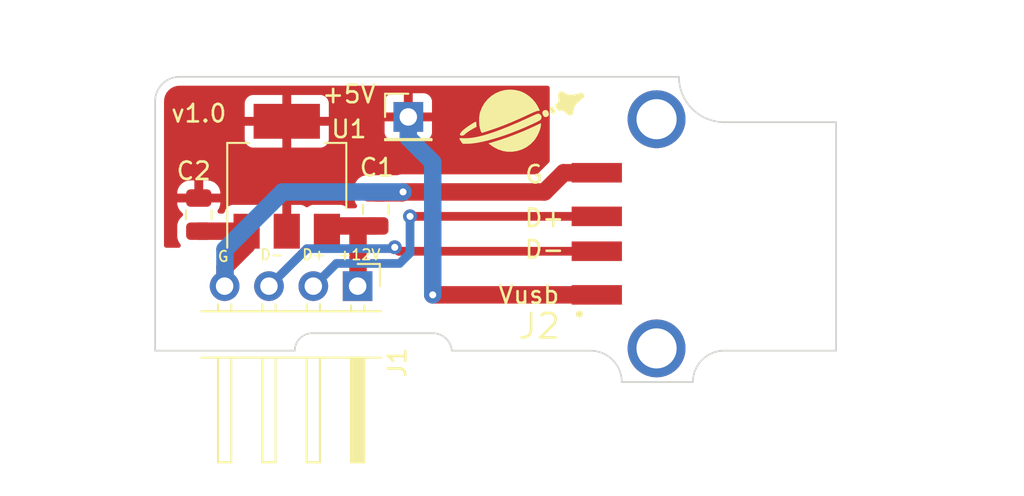
<source format=kicad_pcb>
(kicad_pcb (version 20211014) (generator pcbnew)
  (layers (0 "F.Cu" signal) (31 "B.Cu" signal) (34 "B.Paste" user) (35 "F.Paste" user) (36 "B.SilkS" user "B.Silkscreen") (37 "F.SilkS" user "F.Silkscreen") (38 "B.Mask" user) (39 "F.Mask" user) (44 "Edge.Cuts" user))
  (net 0 "")
  (net 1 "+12V")
  (net 2 "GND")
  (net 3 "VBUS")
  (net 4 "/D-")
  (net 5 "/D+")
  (net 6 "Net-(J2-PadS1)")
  (footprint "Connector_PinHeader_2.54mm:PinHeader_1x04_P2.54mm_Horizontal" (layer "F.Cu") (at 111.6 121 -90)
    (fp_text reference "J1" (at 4.385 -2.27 -90) (layer "F.SilkS"))
    (fp_text value "Conn_01x04")
    (fp_line (start 4.1 0.04) (end 10.1 0.04) (layer "F.SilkS") (width 0.12))
    (fp_line (start 10.1 0.38) (end 4.1 0.38) (layer "F.SilkS") (width 0.12))
    (fp_line (start 1.042929 4.7) (end 1.44 4.7) (layer "F.SilkS") (width 0.12))
    (fp_line (start 4.1 0.28) (end 10.1 0.28) (layer "F.SilkS") (width 0.12))
    (fp_line (start 4.1 -0.08) (end 10.1 -0.08) (layer "F.SilkS") (width 0.12))
    (fp_line (start 1.042929 5.46) (end 1.44 5.46) (layer "F.SilkS") (width 0.12))
    (fp_line (start 10.1 5.46) (end 4.1 5.46) (layer "F.SilkS") (width 0.12))
    (fp_line (start 4.1 -0.2) (end 10.1 -0.2) (layer "F.SilkS") (width 0.12))
    (fp_line (start 10.1 2.16) (end 10.1 2.92) (layer "F.SilkS") (width 0.12))
    (fp_line (start 10.1 4.7) (end 10.1 5.46) (layer "F.SilkS") (width 0.12))
    (fp_line (start 1.11 0.38) (end 1.44 0.38) (layer "F.SilkS") (width 0.12))
    (fp_line (start -1.27 -1.27) (end 0 -1.27) (layer "F.SilkS") (width 0.12))
    (fp_line (start 10.1 2.92) (end 4.1 2.92) (layer "F.SilkS") (width 0.12))
    (fp_line (start 4.1 8.95) (end 4.1 -1.33) (layer "F.SilkS") (width 0.12))
    (fp_line (start 1.042929 7.24) (end 1.44 7.24) (layer "F.SilkS") (width 0.12))
    (fp_line (start 1.44 -1.33) (end 1.44 8.95) (layer "F.SilkS") (width 0.12))
    (fp_line (start 4.1 7.24) (end 10.1 7.24) (layer "F.SilkS") (width 0.12))
    (fp_line (start 4.1 -0.32) (end 10.1 -0.32) (layer "F.SilkS") (width 0.12))
    (fp_line (start 1.042929 2.16) (end 1.44 2.16) (layer "F.SilkS") (width 0.12))
    (fp_line (start 10.1 7.24) (end 10.1 8) (layer "F.SilkS") (width 0.12))
    (fp_line (start 1.11 -0.38) (end 1.44 -0.38) (layer "F.SilkS") (width 0.12))
    (fp_line (start 1.042929 2.92) (end 1.44 2.92) (layer "F.SilkS") (width 0.12))
    (fp_line (start 4.1 0.16) (end 10.1 0.16) (layer "F.SilkS") (width 0.12))
    (fp_line (start 10.1 -0.38) (end 10.1 0.38) (layer "F.SilkS") (width 0.12))
    (fp_line (start 1.042929 8) (end 1.44 8) (layer "F.SilkS") (width 0.12))
    (fp_line (start 4.1 2.16) (end 10.1 2.16) (layer "F.SilkS") (width 0.12))
    (fp_line (start 4.1 4.7) (end 10.1 4.7) (layer "F.SilkS") (width 0.12))
    (fp_line (start 4.1 -0.38) (end 10.1 -0.38) (layer "F.SilkS") (width 0.12))
    (fp_line (start 10.1 8) (end 4.1 8) (layer "F.SilkS") (width 0.12))
    (fp_line (start -1.27 0) (end -1.27 -1.27) (layer "F.SilkS") (width 0.12))
    (pad "1" thru_hole rect (at 0 0 270) (size 1.7 1.7) (drill 1) (layers *.Cu *.Mask) (net 1 "+12V"))
    (pad "2" thru_hole oval (at 0 2.54 270) (size 1.7 1.7) (drill 1) (layers *.Cu *.Mask) (net 5 "/D+"))
    (pad "3" thru_hole oval (at 0 5.08 270) (size 1.7 1.7) (drill 1) (layers *.Cu *.Mask) (net 4 "/D-"))
    (pad "4" thru_hole oval (at 0 7.62 270) (size 1.7 1.7) (drill 1) (layers *.Cu *.Mask) (net 2 "GND"))
  )
  (footprint "Capacitor_SMD:C_0805_2012Metric" (layer "F.Cu") (at 112.64 116.6 90)
    (fp_text reference "C1" (at 2.4 0.06) (layer "F.SilkS"))
    (fp_text value "10u")
    (fp_line (start -0.261252 0.735) (end 0.261252 0.735) (layer "F.SilkS") (width 0.12))
    (fp_line (start -0.261252 -0.735) (end 0.261252 -0.735) (layer "F.SilkS") (width 0.12))
    (pad "1" smd roundrect (at -0.95 0 90) (size 1 1.45) (layers "F.Cu" "F.Paste" "F.Mask") (net 1 "+12V"))
    (pad "2" smd roundrect (at 0.95 0 90) (size 1 1.45) (layers "F.Cu" "F.Paste" "F.Mask") (net 2 "GND"))
  )
  (footprint "LOGO" (layer "F.Cu") (at 121 111.5)
    (fp_text reference "G***" hide)
    (fp_text value "LOGO" hide)
    (fp_poly (pts (xy 1.753185 -0.787037) (xy 1.788207 -0.758119) (xy 1.832844 -0.699184) (xy 1.877337 -0.626315) (xy 1.911923 -0.555594) (xy 1.92684 -0.503105) (xy 1.926897 -0.500832) (xy 1.90828 -0.460913) (xy 1.86547 -0.4154) (xy 1.818027 -0.382737) (xy 1.795517 -0.376974) (xy 1.743471 -0.387809) (xy 1.730452 -0.392391) (xy 1.697048 -0.425197) (xy 1.659173 -0.489328) (xy 1.624353 -0.567572) (xy 1.600117 -0.642712) (xy 1.593993 -0.697535) (xy 1.594929 -0.702304) (xy 1.63284 -0.760047) (xy 1.69716 -0.790179)) (layer "F.SilkS") (width 0) (fill solid))
    (fp_poly (pts (xy 2.278764 -1.663934) (xy 2.345781 -1.634471) (xy 2.431794 -1.592218) (xy 2.46224 -1.576414) (xy 2.586644 -1.514402) (xy 2.687325 -1.476072) (xy 2.77971 -1.45978) (xy 2.879226 -1.463881) (xy 3.0013 -1.486729) (xy 3.093293 -1.509135) (xy 3.206399 -1.536538) (xy 3.306437 -1.558363) (xy 3.380388 -1.571903) (xy 3.409932 -1.575) (xy 3.491053 -1.555506) (xy 3.55187 -1.505139) (xy 3.57831 -1.436076) (xy 3.578522 -1.429146) (xy 3.571455 -1.374029) (xy 3.546233 -1.320542) (xy 3.496821 -1.261396) (xy 3.417187 -1.189301) (xy 3.307638 -1.101862) (xy 3.181959 -0.996534) (xy 3.093463 -0.89885) (xy 3.033929 -0.795421) (xy 2.995134 -0.672856) (xy 2.974563 -0.559368) (xy 2.94965 -0.431475) (xy 2.915673 -0.346411) (xy 2.867459 -0.297158) (xy 2.799834 -0.276697) (xy 2.764973 -0.275) (xy 2.715076 -0.282309) (xy 2.660837 -0.308444) (xy 2.591877 -0.359716) (xy 2.514263 -0.427479) (xy 2.425833 -0.50436) (xy 2.359934 -0.549658) (xy 2.304037 -0.567472) (xy 2.245613 -0.561899) (xy 2.175443 -0.538323) (xy 2.121502 -0.541825) (xy 2.061413 -0.582188) (xy 2.003781 -0.648495) (xy 1.957209 -0.72983) (xy 1.930302 -0.815275) (xy 1.926897 -0.853672) (xy 1.945308 -0.904874) (xy 1.992833 -0.967493) (xy 2.016446 -0.990894) (xy 2.105996 -1.072837) (xy 2.088183 -1.300321) (xy 2.080336 -1.40806) (xy 2.078719 -1.478604) (xy 2.085548 -1.524599) (xy 2.103038 -1.558688) (xy 2.133407 -1.593517) (xy 2.14095 -1.601402) (xy 2.192919 -1.64806) (xy 2.235252 -1.673451) (xy 2.243198 -1.675)) (layer "F.SilkS") (width 0) (fill solid))
    (fp_poly (pts (xy -2.619166 0.076096) (xy -2.611646 0.105336) (xy -2.603165 0.168781) (xy -2.597688 0.227195) (xy -2.586605 0.366891) (xy -2.72596 0.439695) (xy -2.851574 0.509423) (xy -2.977747 0.586583) (xy -3.094174 0.664191) (xy -3.190547 0.735264) (xy -3.256559 0.792816) (xy -3.271022 0.809027) (xy -3.338751 0.858769) (xy -3.426052 0.877003) (xy -3.510972 0.860129) (xy -3.527557 0.851094) (xy -3.546623 0.813086) (xy -3.529111 0.752388) (xy -3.478922 0.67572) (xy -3.399957 0.589798) (xy -3.349285 0.544088) (xy -3.259586 0.472006) (xy -3.154226 0.393897) (xy -3.040886 0.314682) (xy -2.927244 0.239285) (xy -2.820981 0.172629) (xy -2.729778 0.119635) (xy -2.661313 0.085227) (xy -2.623266 0.074327)) (layer "F.SilkS") (width 0) (fill solid))
    (fp_poly (pts (xy 1.101084 0.234213) (xy 1.084834 0.375008) (xy 1.039609 0.539884) (xy 0.970699 0.716477) (xy 0.88339 0.892422) (xy 0.782971 1.055353) (xy 0.706809 1.156122) (xy 0.502619 1.363433) (xy 0.27001 1.533181) (xy 0.015013 1.663361) (xy -0.256341 1.751969) (xy -0.53802 1.797001) (xy -0.823994 1.796451) (xy -1.089372 1.753066) (xy -1.358395 1.66255) (xy -1.617776 1.527327) (xy -1.751724 1.436261) (xy -1.914384 1.315513) (xy -1.751724 1.269369) (xy -1.286939 1.127492) (xy -0.79713 0.959332) (xy -0.296139 0.770109) (xy 0.202193 0.565045) (xy 0.669409 0.356183) (xy 1.101084 0.154922)) (layer "F.SilkS") (width 0) (fill solid))
    (fp_poly (pts (xy -0.429844 -1.753697) (xy -0.144021 -1.6927) (xy -0.019838 -1.650888) (xy 0.195219 -1.547637) (xy 0.406309 -1.404516) (xy 0.601898 -1.231083) (xy 0.770453 -1.036893) (xy 0.837458 -0.940541) (xy 0.885201 -0.860716) (xy 0.934358 -0.770112) (xy 0.978473 -0.681743) (xy 1.011091 -0.60862) (xy 1.025757 -0.563759) (xy 1.02601 -0.560428) (xy 1.003957 -0.553568) (xy 0.949653 -0.550103) (xy 0.937249 -0.55) (xy 0.871292 -0.537208) (xy 0.762383 -0.498844) (xy 0.61057 -0.434925) (xy 0.417988 -0.346458) (xy -0.094846 -0.109801) (xy -0.57389 0.098993) (xy -1.025155 0.282374) (xy -1.454655 0.442791) (xy -1.83931 0.573351) (xy -1.974408 0.616944) (xy -2.094038 0.655597) (xy -2.189555 0.686513) (xy -2.252313 0.706895) (xy -2.272368 0.713479) (xy -2.303135 0.699711) (xy -2.336941 0.647253) (xy -2.343539 0.632423) (xy -2.396901 0.462182) (xy -2.431432 0.261143) (xy -2.44648 0.045092) (xy -2.441393 -0.170184) (xy -2.415517 -0.368898) (xy -2.389317 -0.475) (xy -2.280016 -0.752772) (xy -2.133122 -1.001824) (xy -1.953131 -1.219926) (xy -1.744538 -1.404849) (xy -1.511837 -1.554361) (xy -1.259523 -1.666233) (xy -0.992089 -1.738233) (xy -0.714031 -1.768131)) (layer "F.SilkS") (width 0) (fill solid))
    (fp_poly (pts (xy 1.426223 -0.588555) (xy 1.437795 -0.584471) (xy 1.484941 -0.54445) (xy 1.525064 -0.473482) (xy 1.548744 -0.390564) (xy 1.551527 -0.355117) (xy 1.529577 -0.275831) (xy 1.472874 -0.217727) (xy 1.395144 -0.189546) (xy 1.310109 -0.200032) (xy 1.308847 -0.200528) (xy 1.25196 -0.245356) (xy 1.204799 -0.320507) (xy 1.17843 -0.406322) (xy 1.176158 -0.436259) (xy 1.197919 -0.514824) (xy 1.255027 -0.571027) (xy 1.335217 -0.59792)) (layer "F.SilkS") (width 0) (fill solid))
    (fp_poly (pts (xy 0.988135 -0.380067) (xy 1.001522 -0.374778) (xy 1.084324 -0.317742) (xy 1.129442 -0.23837) (xy 1.134511 -0.149058) (xy 1.09717 -0.062203) (xy 1.067486 -0.028698) (xy 1.021302 0.002854) (xy 0.934997 0.050441) (xy 0.814783 0.111187) (xy 0.666872 0.182215) (xy 0.497473 0.260648) (xy 0.312799 0.343609) (xy 0.119059 0.428223) (xy -0.077534 0.511613) (xy -0.267394 0.589541) (xy -0.694088 0.754467) (xy -1.11014 0.901595) (xy -1.510782 1.029639) (xy -1.891244 1.137313) (xy -2.246758 1.223332) (xy -2.572555 1.286409) (xy -2.863866 1.32526) (xy -3.040493 1.337208) (xy -3.161741 1.340269) (xy -3.267495 1.340726) (xy -3.3461 1.338672) (xy -3.385208 1.334424) (xy -3.41225 1.309323) (xy -3.453053 1.25391) (xy -3.498824 1.182512) (xy -3.540768 1.109453) (xy -3.570092 1.049056) (xy -3.578556 1.019462) (xy -3.555187 1.017399) (xy -3.491559 1.016948) (xy -3.397437 1.018071) (xy -3.284517 1.020673) (xy -3.06168 1.015892) (xy -2.815465 0.989368) (xy -2.544017 0.940489) (xy -2.245484 0.868641) (xy -1.918012 0.773211) (xy -1.559746 0.653586) (xy -1.168834 0.509153) (xy -0.743421 0.339299) (xy -0.281655 0.143411) (xy 0.218319 -0.079125) (xy 0.668766 -0.286903) (xy 0.78138 -0.338733) (xy 0.859344 -0.371249) (xy 0.912938 -0.387167) (xy 0.952441 -0.389201)) (layer "F.SilkS") (width 0) (fill solid))
  )
  (footprint "SnapEDA Library:TE_1-292303-1" (layer "F.Cu") (at 132 118 90)
    (fp_text reference "J2" (at -5.3 -10) (layer "F.SilkS") (effects (font (size 1.40274 1.40274))))
    (fp_text value "1-292303-1" hide)
    (fp_circle (center -4.6 -7.7) (end -4.5 -7.7) (layer "F.SilkS") (width 0.2) (fill none))
    (pad "1" smd rect (at -3.5 -5.99 90) (size 1.12 2.88) (drill (offset 0 -0.714)) (layers "F.Cu" "F.Paste" "F.Mask") (net 3 "VBUS"))
    (pad "2" smd rect (at -1 -5.99 90) (size 1.12 2.88) (drill (offset 0 -0.714)) (layers "F.Cu" "F.Paste" "F.Mask") (net 4 "/D-"))
    (pad "3" smd rect (at 1 -5.99 90) (size 1.12 2.88) (drill (offset 0 -0.714)) (layers "F.Cu" "F.Paste" "F.Mask") (net 5 "/D+"))
    (pad "4" smd rect (at 3.5 -5.99 90) (size 1.12 2.88) (drill (offset 0 -0.714)) (layers "F.Cu" "F.Paste" "F.Mask") (net 2 "GND"))
    (pad "S1" thru_hole circle (at -6.57 -3.28 90) (size 3.316 3.316) (drill 2.3) (layers *.Cu *.Mask) (net 6 "Net-(J2-PadS1)"))
    (pad "S2" thru_hole circle (at 6.57 -3.28 90) (size 3.316 3.316) (drill 2.3) (layers *.Cu *.Mask) (net 6 "Net-(J2-PadS1)"))
  )
  (footprint "Capacitor_SMD:C_0805_2012Metric" (layer "F.Cu") (at 102.5 116.9 -90)
    (fp_text reference "C2" (at -2.5 0.29) (layer "F.SilkS"))
    (fp_text value "10u")
    (fp_line (start -0.261252 -0.735) (end 0.261252 -0.735) (layer "F.SilkS") (width 0.12))
    (fp_line (start -0.261252 0.735) (end 0.261252 0.735) (layer "F.SilkS") (width 0.12))
    (pad "1" smd roundrect (at -0.95 0 270) (size 1 1.45) (layers "F.Cu" "F.Paste" "F.Mask") (net 3 "VBUS"))
    (pad "2" smd roundrect locked (at 0.95 0 270) (size 1 1.45) (layers "F.Cu" "F.Paste" "F.Mask") (net 2 "GND"))
  )
  (footprint "Package_TO_SOT_SMD:SOT-223-3_TabPin2" (layer "F.Cu") (at 107.54 114.7 90)
    (fp_text reference "U1" (at 2.7 3.56) (layer "F.SilkS"))
    (fp_text value "NCP1117-5.0_SOT223" hide)
    (fp_line (start 1.91 3.41) (end 1.91 2.15) (layer "F.SilkS") (width 0.12))
    (fp_line (start -1.85 3.41) (end 1.91 3.41) (layer "F.SilkS") (width 0.12))
    (fp_line (start 1.91 -3.41) (end 1.91 -2.15) (layer "F.SilkS") (width 0.12))
    (fp_line (start -4.1 -3.41) (end 1.91 -3.41) (layer "F.SilkS") (width 0.12))
    (pad "1" smd rect (at -3.15 -2.3 90) (size 2 1.5) (layers "F.Cu" "F.Paste" "F.Mask") (net 2 "GND"))
    (pad "2" smd rect (at -3.15 0 90) (size 2 1.5) (layers "F.Cu" "F.Paste" "F.Mask") (net 3 "VBUS"))
    (pad "2" smd rect (at 3.15 0 90) (size 2 3.8) (layers "F.Cu" "F.Paste" "F.Mask") (net 3 "VBUS"))
    (pad "3" smd rect (at -3.15 2.3 90) (size 2 1.5) (layers "F.Cu" "F.Paste" "F.Mask") (net 1 "+12V"))
  )
  (footprint "Connector_PinHeader_2.54mm:PinHeader_1x01_P2.54mm_Vertical" (layer "F.Cu") (at 114.5 111.3)
    (fp_text reference "J3" hide)
    (fp_text value "Conn_01x01" hide)
    (fp_line (start 1.33 1.27) (end 1.33 1.33) (layer "F.SilkS") (width 0.12))
    (fp_line (start -1.33 0) (end -1.33 -1.33) (layer "F.SilkS") (width 0.12))
    (fp_line (start -1.33 1.33) (end 1.33 1.33) (layer "F.SilkS") (width 0.12))
    (fp_line (start -1.33 -1.33) (end 0 -1.33) (layer "F.SilkS") (width 0.12))
    (fp_line (start -1.33 1.27) (end -1.33 1.33) (layer "F.SilkS") (width 0.12))
    (fp_line (start -1.33 1.27) (end 1.33 1.27) (layer "F.SilkS") (width 0.12))
    (pad "1" thru_hole rect (at 0 0) (size 1.7 1.7) (drill 1) (layers *.Cu *.Mask) (net 3 "VBUS"))
  )
  (gr_line (start 132.6 111.6) (end 139 111.6) (layer "Edge.Cuts") (width 0.1))
  (gr_line (start 139 124.7) (end 139 111.6) (layer "Edge.Cuts") (width 0.1))
  (gr_arc (start 115.9 123.7) (mid 116.641772 123.987735) (end 116.995483 124.700411) (layer "Edge.Cuts") (width 0.1))
  (gr_line (start 100 124.7) (end 108 124.7) (layer "Edge.Cuts") (width 0.1))
  (gr_line (start 116.995483 124.700411) (end 124.927208 124.7) (layer "Edge.Cuts") (width 0.1))
  (gr_arc (start 100 110.4) (mid 100.410051 109.410051) (end 101.4 109) (layer "Edge.Cuts") (width 0.1))
  (gr_line (start 109 123.7) (end 115.9 123.7) (layer "Edge.Cuts") (width 0.1))
  (gr_line (start 132.6 124.7) (end 139 124.7) (layer "Edge.Cuts") (width 0.1))
  (gr_line (start 130 109) (end 101.4 109) (layer "Edge.Cuts") (width 0.1))
  (gr_arc (start 108 124.7) (mid 108.292893 123.992893) (end 109 123.7) (layer "Edge.Cuts") (width 0.1))
  (gr_arc (start 130.8 126.5) (mid 131.327208 125.227208) (end 132.6 124.7) (layer "Edge.Cuts") (width 0.1))
  (gr_arc (start 132.6 111.6) (mid 130.761522 110.838478) (end 130 109) (layer "Edge.Cuts") (width 0.1))
  (gr_line (start 126.727208 126.5) (end 130.8 126.5) (layer "Edge.Cuts") (width 0.1))
  (gr_line (start 100 110.4) (end 100 124.7) (layer "Edge.Cuts") (width 0.1))
  (gr_arc (start 124.927208 124.7) (mid 126.2 125.227208) (end 126.727208 126.5) (layer "Edge.Cuts") (width 0.1))
  (gr_text "+5V" (at 111.1 110) (layer "F.SilkS") (effects (font (size 1 1))))
  (gr_text "Vusb" (at 121.4 121.5) (layer "F.SilkS") (effects (font (size 1 1))))
  (gr_text "G" (at 103.9 119.3) (layer "F.SilkS") (effects (font (size 0.6 0.6) (thickness 0.1))))
  (gr_text "G" (at 121.7 114.6) (layer "F.SilkS") (effects (font (size 1 1))))
  (gr_text "+12V" (at 111.7 119.2) (layer "F.SilkS") (effects (font (size 0.6 0.6) (thickness 0.1))))
  (gr_text "D-" (at 122.3 118.9) (layer "F.SilkS") (effects (font (size 1 1))))
  (gr_text "D+" (at 122.3 117.1) (layer "F.SilkS") (effects (font (size 1 1))))
  (gr_text "D+" (at 109.1 119.2) (layer "F.SilkS") (effects (font (size 0.6 0.6) (thickness 0.1))))
  (gr_text "v1.0" (at 102.5 111.1) (layer "F.SilkS") (effects (font (size 1 1))))
  (gr_text "D-" (at 106.7 119.2) (layer "F.SilkS") (effects (font (size 0.6 0.6) (thickness 0.1))))
  (segment (start 111.62 121) (end 111.62 117.72) (width 1) (layer "F.Cu") (net 1))
  (segment (start 109.84 117.55) (end 111.45 117.55) (width 1) (layer "F.Cu") (net 1))
  (segment (start 111.45 117.55) (end 112.64 117.55) (width 1) (layer "F.Cu") (net 1))
  (segment (start 111.62 117.72) (end 111.45 117.55) (width 1) (layer "F.Cu") (net 1))
  (segment (start 114.15 115.65) (end 112.64 115.65) (width 1) (layer "F.Cu") (net 2))
  (segment (start 114.2 115.6) (end 122.3 115.6) (width 1) (layer "F.Cu") (net 2))
  (segment (start 105.24 117.55) (end 105.24 118.66) (width 1) (layer "F.Cu") (net 2))
  (segment (start 123.4 114.5) (end 126.01 114.5) (width 1) (layer "F.Cu") (net 2))
  (segment (start 104 119.9) (end 104 121) (width 1) (layer "F.Cu") (net 2))
  (segment (start 122.3 115.6) (end 123.4 114.5) (width 1) (layer "F.Cu") (net 2))
  (segment (start 114.2 115.6) (end 114.15 115.65) (width 1) (layer "F.Cu") (net 2))
  (segment (start 102.5 117.85) (end 105.24 117.85) (width 1) (layer "F.Cu") (net 2))
  (segment (start 105.24 118.66) (end 104 119.9) (width 1) (layer "F.Cu") (net 2))
  (via (at 114.2 115.6) (size 0.8) (drill 0.4) (layers "F.Cu" "B.Cu") (net 2))
  (segment (start 104 118.9) (end 104 121) (width 1) (layer "B.Cu") (net 2))
  (segment (start 107.3 115.6) (end 104 118.9) (width 1) (layer "B.Cu") (net 2))
  (segment (start 114.2 115.6) (end 107.3 115.6) (width 1) (layer "B.Cu") (net 2))
  (segment (start 126.01 121.5) (end 115.9 121.5) (width 1) (layer "F.Cu") (net 3))
  (via (at 115.9 121.5) (size 0.8) (drill 0.4) (layers "F.Cu" "B.Cu") (net 3))
  (segment (start 115.9 121.5) (end 115.9 113.9) (width 1) (layer "B.Cu") (net 3))
  (segment (start 114.5 112.5) (end 114.5 111.3) (width 1) (layer "B.Cu") (net 3))
  (segment (start 115.9 113.9) (end 114.5 112.5) (width 1) (layer "B.Cu") (net 3))
  (segment (start 113.9505 119) (end 126.01 119) (width 0.5) (layer "F.Cu") (net 4))
  (segment (start 113.724562 118.774062) (end 113.9505 119) (width 0.5) (layer "F.Cu") (net 4))
  (via (at 113.724562 118.774062) (size 0.8) (drill 0.4) (layers "F.Cu" "B.Cu") (net 4))
  (segment (start 113.724562 118.774062) (end 113.648124 118.8505) (width 0.5) (layer "B.Cu") (net 4))
  (segment (start 113.648124 118.8505) (end 108.6895 118.8505) (width 0.5) (layer "B.Cu") (net 4))
  (segment (start 108.6895 118.8505) (end 106.54 121) (width 0.5) (layer "B.Cu") (net 4))
  (segment (start 114.6 117) (end 126.01 117) (width 0.5) (layer "F.Cu") (net 5))
  (via (at 114.6 117) (size 0.8) (drill 0.4) (layers "F.Cu" "B.Cu") (net 5))
  (segment (start 114.6 119.1) (end 114 119.7) (width 0.5) (layer "B.Cu") (net 5))
  (segment (start 110.38 119.7) (end 109.08 121) (width 0.5) (layer "B.Cu") (net 5))
  (segment (start 114 119.7) (end 110.38 119.7) (width 0.5) (layer "B.Cu") (net 5))
  (segment (start 114.6 117) (end 114.6 119.1) (width 0.5) (layer "B.Cu") (net 5))
  (zone (net 3) (net_name "VBUS") (layer "F.Cu") (connect_pads (clearance 0.508)) (min_thickness 0.254) (fill yes (thermal_gap 0.508) (thermal_bridge_width 0.508))
    (polygon (pts (xy 122.6 118.8) (xy 100 118.8) (xy 100 109) (xy 122.6 109)))
  )
)
</source>
